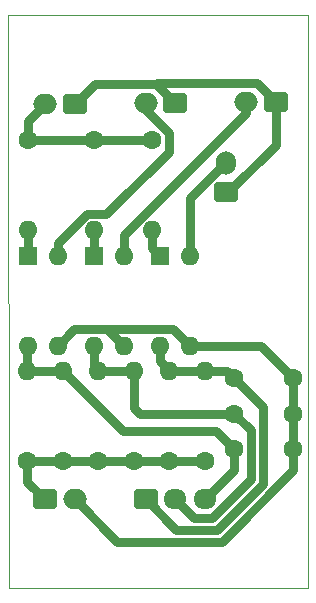
<source format=gbr>
%TF.GenerationSoftware,KiCad,Pcbnew,7.0.10-7.0.10~ubuntu22.04.1*%
%TF.CreationDate,2024-02-16T15:51:51+02:00*%
%TF.ProjectId,limit_switch,6c696d69-745f-4737-9769-7463682e6b69,rev?*%
%TF.SameCoordinates,Original*%
%TF.FileFunction,Copper,L1,Top*%
%TF.FilePolarity,Positive*%
%FSLAX46Y46*%
G04 Gerber Fmt 4.6, Leading zero omitted, Abs format (unit mm)*
G04 Created by KiCad (PCBNEW 7.0.10-7.0.10~ubuntu22.04.1) date 2024-02-16 15:51:51*
%MOMM*%
%LPD*%
G01*
G04 APERTURE LIST*
G04 Aperture macros list*
%AMRoundRect*0 ,,,,Rectangle with rounded corners *0 ,,,,$1 Rounding radius *0 ,,,,$2 $3 $4 $5 $6 $7 $8 $9 X,Y pos of 4 corners *0 ,,,,Add a 4 corners polygon primitive as box body *4,1,4,-0.75,0.6,-0.75,-0.6,
0.75,-0.6,
0.75,0.6,
-0.75,0.6,0.0*0 ,,,,Add four circle primitives for the rounded corners *1,1,0.5,-0.75,0.6*1,1,0.5,-0.75,-0.6*1,1,0.5,0.75,-0.6*1,1,0.5,0.75,0.6*0 ,,,,Add four rect primitives between the rounded corners *20,1,0.5,-0.75,0.6,-0.75,-0.6,0.0*20,1,0.5,-0.75,-0.6,0.75,-0.6,0.0*20,1,0.5,0.75,-0.6,0.75,0.6,0.0*20,1,0.5,0.75,0.6,-0.75,0.6,0.0*%
G04 Aperture macros list end*
%TA.AperFunction,ComponentPad*%
%ADD10O,1.95X1.7*%
%TD*%
%TA.AperFunction,ComponentPad*%
%ADD11RoundRect,0.25X-0.725X0.6X-0.725X-0.6X0.725X-0.6X0.725X0.6X0*%
%TD*%
%TA.AperFunction,ComponentPad*%
%ADD12C,1.6*%
%TD*%
%TA.AperFunction,ComponentPad*%
%ADD13O,1.6X1.6*%
%TD*%
%TA.AperFunction,ComponentPad*%
%ADD14O,2X1.7*%
%TD*%
%TA.AperFunction,ComponentPad*%
%ADD15RoundRect,0.25X0.75X-0.6X0.75X0.6X-0.75X0.6X-0.75X-0.6X0*%
%TD*%
%TA.AperFunction,ComponentPad*%
%ADD16O,1.7X2*%
%TD*%
%TA.AperFunction,ComponentPad*%
%ADD17RoundRect,0.25X0.6X0.75X-0.6X0.75X-0.6X-0.75X0.6X-0.75X0*%
%TD*%
%TA.AperFunction,ComponentPad*%
%ADD18R,1.6X1.6*%
%TD*%
%TA.AperFunction,ComponentPad*%
%ADD19RoundRect,0.25X-0.75X0.6X-0.75X-0.6X0.75X-0.6X0.75X0.6X0*%
%TD*%
%TA.AperFunction,Conductor*%
%ADD20C,0.8*%
%TD*%
%TA.AperFunction,Profile*%
%ADD21C,0.1*%
%TD*%
G04 APERTURE END LIST*
D10*
X18638000Y9500000D03*
X16138000Y9500000D03*
D11*
X13638000Y9500000D03*
D12*
X26138000Y16750000D03*
X21138000Y16750000D03*
D13*
X9239000Y32291000D03*
D12*
X9239000Y39911000D03*
D14*
X22138000Y43132500D03*
D15*
X24638000Y43132500D03*
D14*
X13638000Y43100000D03*
D15*
X16138000Y43100000D03*
D12*
X26138000Y19750000D03*
X21138000Y19750000D03*
D14*
X5138000Y43000000D03*
D15*
X7638000Y43000000D03*
D16*
X20410500Y38000000D03*
D17*
X20410500Y35500000D03*
D13*
X14822000Y22502000D03*
X17362000Y22502000D03*
X17362000Y30122000D03*
D18*
X14822000Y30122000D03*
D13*
X6638000Y20370000D03*
D12*
X6638000Y12750000D03*
D13*
X18638000Y20370000D03*
D12*
X18638000Y12750000D03*
D13*
X14192000Y32291000D03*
D12*
X14192000Y39911000D03*
X26138000Y13750000D03*
X21138000Y13750000D03*
D13*
X15638000Y20370000D03*
D12*
X15638000Y12750000D03*
D13*
X3638000Y20370000D03*
D12*
X3638000Y12750000D03*
D14*
X7638000Y9500000D03*
D19*
X5138000Y9500000D03*
D13*
X9234000Y22502000D03*
X11774000Y22502000D03*
X11774000Y30122000D03*
D18*
X9234000Y30122000D03*
D13*
X3651000Y32291000D03*
D12*
X3651000Y39911000D03*
D13*
X12638000Y20370000D03*
D12*
X12638000Y12750000D03*
D13*
X3646000Y22502000D03*
X6186000Y22502000D03*
X6186000Y30122000D03*
D18*
X3646000Y30122000D03*
D13*
X9638000Y20370000D03*
D12*
X9638000Y12750000D03*
D20*
X11213000Y5925000D02*
X7638000Y9500000D01*
X23386000Y22502000D02*
X26138000Y19750000D01*
X10374000Y23902000D02*
X15962000Y23902000D01*
X20067040Y5925000D02*
X11213000Y5925000D01*
X26138000Y11995960D02*
X20067040Y5925000D01*
X17362000Y22502000D02*
X23386000Y22502000D01*
X26138000Y16750000D02*
X26138000Y13750000D01*
X26138000Y19750000D02*
X26138000Y16750000D01*
X15962000Y23902000D02*
X17362000Y22502000D01*
X26138000Y13750000D02*
X26138000Y11995960D01*
X6186000Y22502000D02*
X7586000Y23902000D01*
X7586000Y23902000D02*
X10374000Y23902000D01*
X10374000Y23902000D02*
X11774000Y22502000D01*
X9239000Y39911000D02*
X3651000Y39911000D01*
X14192000Y39911000D02*
X9239000Y39911000D01*
X3651000Y41513000D02*
X5138000Y43000000D01*
X3651000Y39911000D02*
X3651000Y41513000D01*
X12638000Y12750000D02*
X9638000Y12750000D01*
X12638000Y12750000D02*
X15638000Y12750000D01*
X15638000Y12750000D02*
X18638000Y12750000D01*
X3638000Y12750000D02*
X3638000Y11000000D01*
X3638000Y11000000D02*
X5138000Y9500000D01*
X6638000Y12750000D02*
X3638000Y12750000D01*
X9638000Y12750000D02*
X6638000Y12750000D01*
X13638000Y42444900D02*
X13638000Y43100000D01*
X8659100Y33691000D02*
X6186000Y31217900D01*
X15592000Y38954000D02*
X10329000Y33691000D01*
X15592000Y40490900D02*
X13638000Y42444900D01*
X15592000Y38954000D02*
X15592000Y40490900D01*
X10329000Y33691000D02*
X8659100Y33691000D01*
X6186000Y31217900D02*
X6186000Y30122000D01*
X22138000Y42216900D02*
X11774000Y31852900D01*
X11774000Y31852900D02*
X11774000Y30122000D01*
X22138000Y43132500D02*
X22138000Y42216900D01*
X20605500Y38000000D02*
X20546490Y38000000D01*
X20410500Y38000000D02*
X20351490Y38000000D01*
X20351490Y38000000D02*
X17362000Y35010510D01*
X17362000Y35010510D02*
X17362000Y30122000D01*
X3646000Y30122000D02*
X3646000Y32286000D01*
X3646000Y32286000D02*
X3651000Y32291000D01*
X9234000Y32286000D02*
X9239000Y32291000D01*
X9239000Y32291000D02*
X9239000Y30127000D01*
X9239000Y30127000D02*
X9234000Y30122000D01*
X14192000Y32291000D02*
X14192000Y30752000D01*
X14192000Y30752000D02*
X14822000Y30122000D01*
X3638000Y22494000D02*
X3646000Y22502000D01*
X19588000Y15300000D02*
X21138000Y13750000D01*
X3638000Y20370000D02*
X3638000Y22494000D01*
X11708000Y15300000D02*
X19588000Y15300000D01*
X3651000Y22497000D02*
X3646000Y22502000D01*
X6638000Y20370000D02*
X11708000Y15300000D01*
X21138000Y13750000D02*
X21138000Y12000000D01*
X6638000Y20370000D02*
X3638000Y20370000D01*
X21138000Y12000000D02*
X18638000Y9500000D01*
X19238610Y7925000D02*
X17713000Y7925000D01*
X12638000Y17250000D02*
X13138000Y16750000D01*
X9239000Y22497000D02*
X9234000Y22502000D01*
X9234000Y22502000D02*
X9234000Y20774000D01*
X13138000Y16750000D02*
X21138000Y16750000D01*
X12638000Y20370000D02*
X12638000Y17250000D01*
X9638000Y20370000D02*
X12638000Y20370000D01*
X17713000Y7925000D02*
X16138000Y9500000D01*
X22538000Y11224390D02*
X19238610Y7925000D01*
X21138000Y16750000D02*
X22538000Y15350000D01*
X22538000Y15350000D02*
X22538000Y11224390D01*
X9234000Y20774000D02*
X9638000Y20370000D01*
X15638000Y20370000D02*
X18638000Y20370000D01*
X18638000Y20370000D02*
X20518000Y20370000D01*
X23538000Y10810180D02*
X19652820Y6925000D01*
X14822000Y21186000D02*
X15638000Y20370000D01*
X23538000Y17350000D02*
X23538000Y10810180D01*
X14822000Y22502000D02*
X14822000Y21186000D01*
X20518000Y20370000D02*
X21138000Y19750000D01*
X16213000Y6925000D02*
X13638000Y9500000D01*
X19652820Y6925000D02*
X16213000Y6925000D01*
X21138000Y19750000D02*
X23538000Y17350000D01*
X7638000Y43000000D02*
X9338000Y44700000D01*
X9338000Y44700000D02*
X14538000Y44700000D01*
X20605500Y35500000D02*
X24638000Y39532500D01*
X14570500Y44732500D02*
X23038000Y44732500D01*
X14538000Y44700000D02*
X16138000Y43100000D01*
X24638000Y43132500D02*
X24638000Y39532500D01*
X23038000Y44732500D02*
X24638000Y43132500D01*
X14538000Y44700000D02*
X14570500Y44732500D01*
X20410500Y35500000D02*
X20605500Y35500000D01*
D21*
X27388000Y2000000D02*
X27388000Y50500000D01*
X2000000Y50500000D02*
X2038000Y2000000D01*
X2000000Y50500000D02*
X27388000Y50500000D01*
X2038000Y2000000D02*
X27388000Y2000000D01*
M02*

</source>
